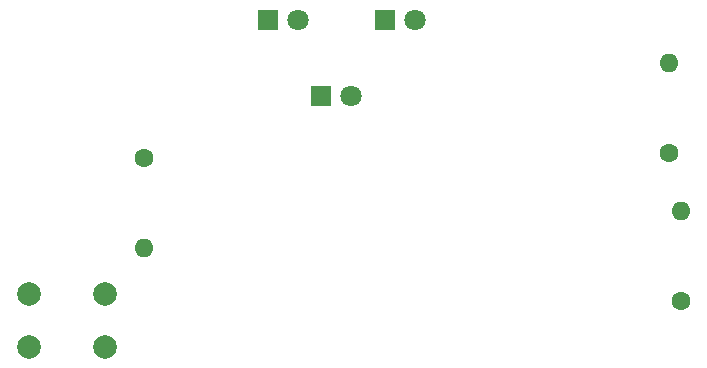
<source format=gts>
G04 #@! TF.GenerationSoftware,KiCad,Pcbnew,8.0.6*
G04 #@! TF.CreationDate,2025-05-21T14:19:44-04:00*
G04 #@! TF.ProjectId,DJUNGELSKOG Keychain,444a554e-4745-44c5-934b-4f47204b6579,rev?*
G04 #@! TF.SameCoordinates,Original*
G04 #@! TF.FileFunction,Soldermask,Top*
G04 #@! TF.FilePolarity,Negative*
%FSLAX46Y46*%
G04 Gerber Fmt 4.6, Leading zero omitted, Abs format (unit mm)*
G04 Created by KiCad (PCBNEW 8.0.6) date 2025-05-21 14:19:44*
%MOMM*%
%LPD*%
G01*
G04 APERTURE LIST*
%ADD10R,1.800000X1.800000*%
%ADD11C,1.800000*%
%ADD12C,2.000000*%
%ADD13C,1.600000*%
%ADD14O,1.600000X1.600000*%
G04 APERTURE END LIST*
D10*
G04 #@! TO.C,D2*
X137960000Y-101500000D03*
D11*
X140500000Y-101500000D03*
G04 #@! TD*
D10*
G04 #@! TO.C,.*
X133500000Y-95000000D03*
D11*
X136040000Y-95000000D03*
G04 #@! TD*
D10*
G04 #@! TO.C,.*
X143460000Y-95000000D03*
D11*
X146000000Y-95000000D03*
G04 #@! TD*
D12*
G04 #@! TO.C,SW1*
X119750000Y-118250000D03*
X113250000Y-118250000D03*
X119750000Y-122750000D03*
X113250000Y-122750000D03*
G04 #@! TD*
D13*
G04 #@! TO.C,R1*
X123000000Y-106690000D03*
D14*
X123000000Y-114310000D03*
G04 #@! TD*
D13*
G04 #@! TO.C,R2*
X168500000Y-118810000D03*
D14*
X168500000Y-111190000D03*
G04 #@! TD*
D13*
G04 #@! TO.C,R3*
X167500000Y-106310000D03*
D14*
X167500000Y-98690000D03*
G04 #@! TD*
M02*

</source>
